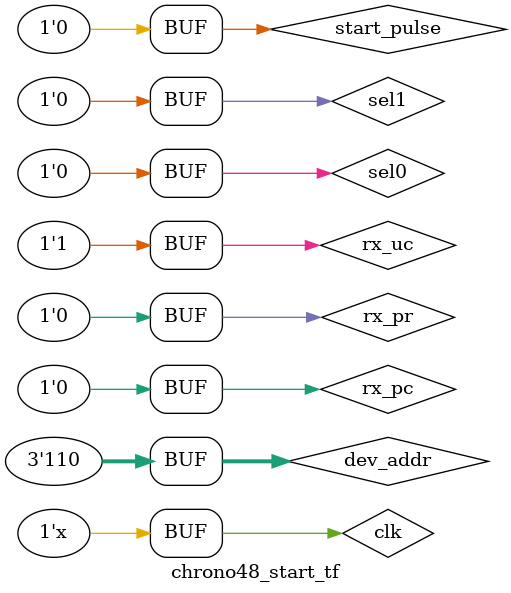
<source format=v>

`timescale 1ns / 1ns

module chrono48_start_tf();

// Inputs
   reg start_pulse;
   reg clk;
   reg [2:0] dev_addr;
   reg rx_pc;
   reg rx_uc;
   reg sel1;
   reg sel0;
   reg rx_pr;

// Output
   wire clkout1;
   wire clkout2;
   wire startout1;
   wire startout2;
   wire intr;
   wire DACout;
   wire tx_pc;
   wire tx_uc;
   wire tx_pr;
   wire tst_stop_pulse;
   wire cmd_reset;
wire cmd_rst_dac;
wire cmd_inc_dac;
wire cmd_dev_sel;
wire cmd_rst_test;

// Bidirs

// Instantiate the UUT
   chrono48_start UUT (
		.start_pulse(start_pulse), 
		.clk(clk), 
		.dev_addr(dev_addr), 
		.clkout1(clkout1), 
		.clkout2(clkout2), 
		.startout1(startout1), 
		.startout2(startout2), 
		.intr(intr), 
		.DACout(DACout), 
		.rx_pc(rx_pc), 
		.tx_pc(tx_pc), 
		.rx_uc(rx_uc), 
		.sel1(sel1), 
		.sel0(sel0), 
		.rx_pr(rx_pr), 
		.tx_uc(tx_uc), 
		.tx_pr(tx_pr), 
		.tst_stop_pulse(tst_stop_pulse),
		.cmd_reset(cmd_reset),
		.cmd_rst_dac(cmd_rst_dac),
		.cmd_inc_dac(cmd_inc_dac),
		.cmd_dev_sel(cmd_dev_sel),
		.cmd_rst_test(cmd_rst_test)
   );
// Initialize Inputs

       initial begin
		start_pulse = 0;
		clk = 0;
		dev_addr = 3'b110;
		rx_pc = 0;
		rx_uc = 0;
		sel1 = 0;
		sel0 = 0;
		rx_pr = 0;
		#35 start_pulse = 1;
		#100 start_pulse = 0;


			#(52083*12) rx_uc =1;//idle

			//cmd_reset
			#(52083*2) rx_uc =0;//start
			#(52083*2) rx_uc =1;
			#(52083*2) rx_uc =0;
			#(52083*2) rx_uc =0;
			#(52083*2) rx_uc =0;
			#(52083*2) rx_uc =0;
			#(52083*2) rx_uc =0;
			#(52083*2) rx_uc =1;
			#(52083*2) rx_uc =0;
			#(52083*2) rx_uc =1;//stop
			#((52083*2)*2) rx_uc =1;//idle
			//cmd_rst_dac
			#(52083*2) rx_uc =0;//start
			#(52083*2) rx_uc =0;
			#(52083*2) rx_uc =1;
			#(52083*2) rx_uc =0;
			#(52083*2) rx_uc =0;
			#(52083*2) rx_uc =0;
			#(52083*2) rx_uc =0;
			#(52083*2) rx_uc =1;
			#(52083*2) rx_uc =0;
			#(52083*2) rx_uc =1;//stop
			#((52083*2)*2) rx_uc =1;//idle
			//cmd_inc_dac
			#(52083*2) rx_uc =0;//start
			#(52083*2) rx_uc =1;
			#(52083*2) rx_uc =1;
			#(52083*2) rx_uc =0;
			#(52083*2) rx_uc =0;
			#(52083*2) rx_uc =0;
			#(52083*2) rx_uc =0;
			#(52083*2) rx_uc =1;
			#(52083*2) rx_uc =0;
			#(52083*2) rx_uc =1;//stop
			#((52083*2)*2) rx_uc =1;//idle
			
			//cmd_rst_test
			#(52083*2) rx_uc =0;//start
			#(52083*2) rx_uc =1;
			#(52083*2) rx_uc =0;
			#(52083*2) rx_uc =1;
			#(52083*2) rx_uc =0;
			#(52083*2) rx_uc =0;
			#(52083*2) rx_uc =0;
			#(52083*2) rx_uc =1;
			#(52083*2) rx_uc =0;
			#(52083*2) rx_uc =1;//stop
			#((52083*2)*2) rx_uc =1;//idle

			//cmd_startup
			#(52083*2) rx_uc =0;//start
			#(52083*2) rx_uc =0;
			#(52083*2) rx_uc =1;
			#(52083*2) rx_uc =1;
			#(52083*2) rx_uc =0;
			#(52083*2) rx_uc =0;
			#(52083*2) rx_uc =0;
			#(52083*2) rx_uc =1;
			#(52083*2) rx_uc =0;
			#(52083*2) rx_uc =1;//stop
			#((52083*2)*2) rx_uc =1;//idle


			// select dev
			#(52083*2) rx_uc =0;//start

			#(52083*2) rx_uc =0;//d0
			#(52083*2) rx_uc =1;
			#(52083*2) rx_uc =1;
			#(52083*2) rx_uc =0;
			#(52083*2) rx_uc =0;
			#(52083*2) rx_uc =0;
			#(52083*2) rx_uc =1;
			#(52083*2) rx_uc =1;//d7

			#(52083*2) rx_uc =1;//stop
			#((52083*2)*2) rx_uc =1;//idle

			// read

			#(52083*2) rx_uc =0;//start

			#(52083*2) rx_uc =0;//d0
			#(52083*2) rx_uc =0;
			#(52083*2) rx_uc =0;
			#(52083*2) rx_uc =0;
			#(52083*2) rx_uc =0;
			#(52083*2) rx_uc =0;
			#(52083*2) rx_uc =0;
			#(52083*2) rx_uc =1;//d7

			#(52083*2) rx_uc =1;//stop
			#((52083*2)*2) rx_uc =1;//idle
			// read

			#(52083*2) rx_uc =0;//start

			#(52083*2) rx_uc =1;//d0
			#(52083*2) rx_uc =0;
			#(52083*2) rx_uc =0;
			#(52083*2) rx_uc =0;
			#(52083*2) rx_uc =0;
			#(52083*2) rx_uc =0;
			#(52083*2) rx_uc =0;
			#(52083*2) rx_uc =1;//d7

			#(52083*2) rx_uc =1;//stop
			#((52083*2)*2) rx_uc =1;//idle

			// read

			#(52083*2) rx_uc =0;//start

			#(52083*2) rx_uc =0;//d0
			#(52083*2) rx_uc =1;
			#(52083*2) rx_uc =0;
			#(52083*2) rx_uc =0;
			#(52083*2) rx_uc =0;
			#(52083*2) rx_uc =0;
			#(52083*2) rx_uc =0;
			#(52083*2) rx_uc =1;//d7

			#(52083*2) rx_uc =1;//stop
			#((52083*2)*2) rx_uc =1;//idle


			// read

			#(52083*2) rx_uc =0;//start

			#(52083*2) rx_uc =1;//d0
			#(52083*2) rx_uc =1;
			#(52083*2) rx_uc =0;
			#(52083*2) rx_uc =0;
			#(52083*2) rx_uc =0;
			#(52083*2) rx_uc =0;
			#(52083*2) rx_uc =0;
			#(52083*2) rx_uc =1;//d7

			#(52083*2) rx_uc =1;//stop
			#((52083*2)*2) rx_uc =1;//idle


			// read

			#(52083*2) rx_uc =0;//start

			#(52083*2) rx_uc =0;//d0
			#(52083*2) rx_uc =0;
			#(52083*2) rx_uc =1;
			#(52083*2) rx_uc =0;
			#(52083*2) rx_uc =0;
			#(52083*2) rx_uc =0;
			#(52083*2) rx_uc =0;
			#(52083*2) rx_uc =1;//d7

			#(52083*2) rx_uc =1;//stop
			#((52083*2)*2) rx_uc =1;//idle
        end

always 
#20 clk = ~clk;
endmodule

</source>
